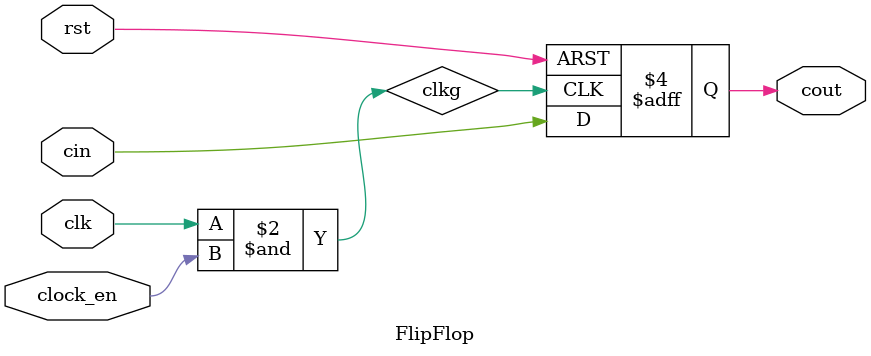
<source format=sv>

module FlipFlop(
    input logic clk,
    input logic rst,
    input logic clock_en,
    input logic cin,
    output logic cout
);

logic clkg;

always_comb clkg = clk & clock_en;

always_ff @ (posedge clkg or posedge rst)
	begin
		if(rst) cout <= 0;
		else cout <= cin;
	end



endmodule


</source>
